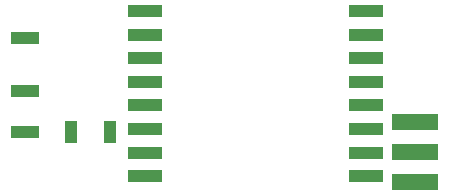
<source format=gtp>
G04 EasyPC Gerber Version 20.0.2 Build 4112 *
G04 #@! TF.Part,Single*
G04 #@! TF.FileFunction,Paste,Top *
%FSLAX24Y24*%
%MOIN*%
G04 #@! TA.AperFunction,SMDPad*
%ADD120R,0.04400X0.07400*%
%ADD122R,0.11211X0.04124*%
%ADD121R,0.09400X0.04400*%
%ADD123R,0.15400X0.05400*%
X0Y0D02*
D02*
D120*
X2826Y2934D03*
X4126D03*
D02*
D121*
X1297D03*
Y4312D03*
X1310Y6084D03*
D02*
D122*
X5306Y1458D03*
Y2245D03*
Y3033D03*
Y3820D03*
Y4608D03*
Y5395D03*
Y6182D03*
Y6970D03*
X12669Y1458D03*
Y2245D03*
Y3033D03*
Y3820D03*
Y4608D03*
Y5395D03*
Y6182D03*
Y6970D03*
D02*
D123*
X14302Y1261D03*
Y2261D03*
Y3261D03*
X0Y0D02*
M02*

</source>
